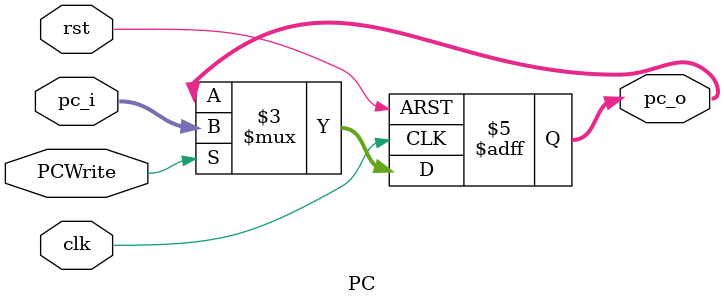
<source format=v>
module PC (
    input clk,
    input rst,
	input PCWrite,
    input [31:0] pc_i,
    output reg [31:0] pc_o
);

    // TODO: implement your program counter here
	// reg [31:0] inst;
    always @(posedge clk, negedge rst) begin
    	if (~rst) pc_o <= 32'b0;
    	else if (PCWrite) pc_o <= pc_i;
		//else pc_o <= pc_o;
    end

endmodule


</source>
